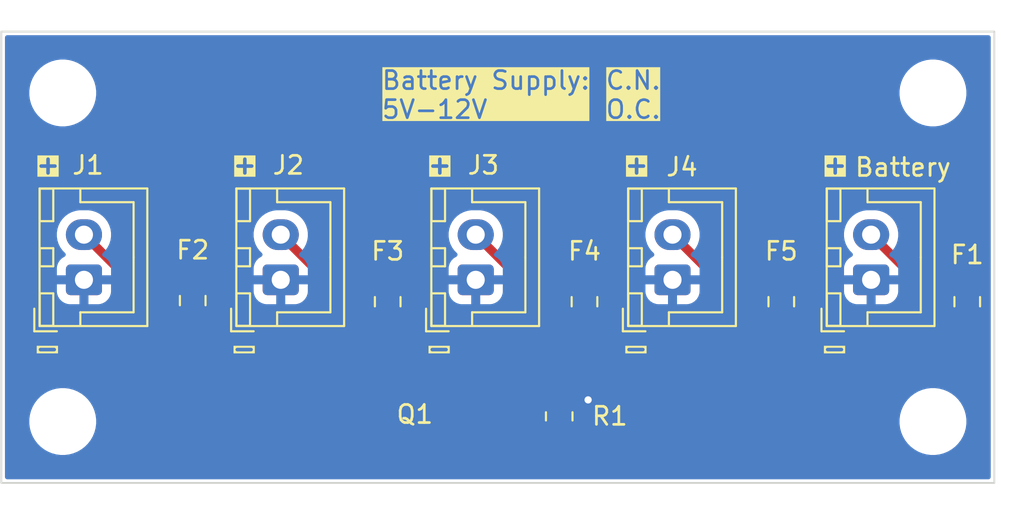
<source format=kicad_pcb>
(kicad_pcb (version 20241229) (generator "pcbnew") (generator_version "9.0")
  (layers (0 "F.Cu" signal) (2 "B.Cu" signal) (13 "F.Paste" user) (15 "B.Paste" user) (5 "F.SilkS" user "F.Silkscreen") (7 "B.SilkS" user "B.Silkscreen") (1 "F.Mask" user) (3 "B.Mask" user) (25 "Edge.Cuts" user))
  (net 0 "")
  (net 1 "Net-(Q1-G)")
  (net 2 "+VBATT")
  (net 3 "Net-(J2-Pin_2)")
  (net 4 "Net-(J3-Pin_2)")
  (net 5 "Net-(J4-Pin_2)")
  (net 6 "GND")
  (net 7 "Net-(Q1-D)")
  (net 8 "Net-(J1-Pin_2)")
  (net 9 "Net-(Q1-S)")
  (footprint "MountingHole:MountingHole_3.2mm_M3" (layer "F.Cu") (at 119.6 94.2 90)
    (property "Reference" "H3" (hide yes))
    (property "Value" "MountingHole")
    (pad "" np_thru_hole circle (at 0 0 90) (size 3.2 3.2) (drill 3.2) (layers "*.Cu" "*.Mask"))
  )
  (footprint "Fuse:Fuse_0805_2012Metric" (layer "F.Cu") (at 100.3 87.5625 90)
    (property "Reference" "F4" (at 2.8 0 180) (layer "F.SilkS"))
    (property "Value" "500mA Fuse")
    (fp_line (start -0.258578 -0.71) (end 0.258578 -0.71) (stroke (width 0.12)) (layer "F.SilkS"))
    (fp_line (start -0.258578 0.71) (end 0.258578 0.71) (stroke (width 0.12)) (layer "F.SilkS"))
    (pad "1" smd roundrect (at -0.9375 0 90) (size 0.975 1.4) (layers "F.Cu" "F.Mask" "F.Paste") (net 9 "Net-(Q1-S)"))
    (pad "2" smd roundrect (at 0.9375 0 90) (size 0.975 1.4) (layers "F.Cu" "F.Mask" "F.Paste") (net 4 "Net-(J3-Pin_2)"))
  )
  (footprint "Connector_JST:JST_XH_B2B-XH-A_1x02_P2.50mm_Vertical" (layer "F.Cu") (at 94.275 86.35 90)
    (property "Reference" "J3" (at 6.35 0.425 180) (layer "F.SilkS"))
    (property "Value" "Conn_01x02")
    (fp_line (start -1.6 -2.75) (end -2.85 -2.75) (stroke (width 0.12)) (layer "F.SilkS"))
    (fp_line (start -2.85 -2.75) (end -2.85 -1.5) (stroke (width 0.12)) (layer "F.SilkS"))
    (fp_line (start 5.06 -2.46) (end -2.56 -2.46) (stroke (width 0.12)) (layer "F.SilkS"))
    (fp_line (start -2.56 -2.46) (end -2.56 3.51) (stroke (width 0.12)) (layer "F.SilkS"))
    (fp_line (start 5.05 -2.45) (end 3.25 -2.45) (stroke (width 0.12)) (layer "F.SilkS"))
    (fp_line (start 3.25 -2.45) (end 3.25 -1.7) (stroke (width 0.12)) (layer "F.SilkS"))
    (fp_line (start 1.75 -2.45) (end 0.75 -2.45) (stroke (width 0.12)) (layer "F.SilkS"))
    (fp_line (start 0.75 -2.45) (end 0.75 -1.7) (stroke (width 0.12)) (layer "F.SilkS"))
    (fp_line (start -0.75 -2.45) (end -2.55 -2.45) (stroke (width 0.12)) (layer "F.SilkS"))
    (fp_line (start -2.55 -2.45) (end -2.55 -1.7) (stroke (width 0.12)) (layer "F.SilkS"))
    (fp_line (start 5.05 -1.7) (end 5.05 -2.45) (stroke (width 0.12)) (layer "F.SilkS"))
    (fp_line (start 3.25 -1.7) (end 5.05 -1.7) (stroke (width 0.12)) (layer "F.SilkS"))
    (fp_line (start 1.75 -1.7) (end 1.75 -2.45) (stroke (width 0.12)) (layer "F.SilkS"))
    (fp_line (start 0.75 -1.7) (end 1.75 -1.7) (stroke (width 0.12)) (layer "F.SilkS"))
    (fp_line (start -0.75 -1.7) (end -0.75 -2.45) (stroke (width 0.12)) (layer "F.SilkS"))
    (fp_line (start -2.55 -1.7) (end -0.75 -1.7) (stroke (width 0.12)) (layer "F.SilkS"))
    (fp_line (start 5.05 -0.2) (end 4.3 -0.2) (stroke (width 0.12)) (layer "F.SilkS"))
    (fp_line (start 4.3 -0.2) (end 4.3 2.75) (stroke (width 0.12)) (layer "F.SilkS"))
    (fp_line (start -1.8 -0.2) (end -1.8 2.75) (stroke (width 0.12)) (layer "F.SilkS"))
    (fp_line (start -2.55 -0.2) (end -1.8 -0.2) (stroke (width 0.12)) (layer "F.SilkS"))
    (fp_line (start 4.3 2.75) (end 1.25 2.75) (stroke (width 0.12)) (layer "F.SilkS"))
    (fp_line (start -1.8 2.75) (end 1.25 2.75) (stroke (width 0.12)) (layer "F.SilkS"))
    (fp_line (start 5.06 3.51) (end 5.06 -2.46) (stroke (width 0.12)) (layer "F.SilkS"))
    (fp_line (start -2.56 3.51) (end 5.06 3.51) (stroke (width 0.12)) (layer "F.SilkS"))
    (pad "1" thru_hole roundrect (at 0 0 90) (size 1.7 2) (drill 1) (layers "*.Cu" "*.Mask") (roundrect_rratio 0.147059) (net 6 "GND"))
    (pad "2" thru_hole oval (at 2.5 0 90) (size 1.7 2) (drill 1) (layers "*.Cu" "*.Mask") (net 4 "Net-(J3-Pin_2)"))
  )
  (footprint "Connector_JST:JST_XH_B2B-XH-A_1x02_P2.50mm_Vertical" (layer "F.Cu") (at 116.175 86.35 90)
    (property "Reference" "V_Batt_J5" (hide yes))
    (property "Value" "Conn_01x02")
    (fp_line (start -1.6 -2.75) (end -2.85 -2.75) (stroke (width 0.12)) (layer "F.SilkS"))
    (fp_line (start -2.85 -2.75) (end -2.85 -1.5) (stroke (width 0.12)) (layer "F.SilkS"))
    (fp_line (start 5.06 -2.46) (end -2.56 -2.46) (stroke (width 0.12)) (layer "F.SilkS"))
    (fp_line (start -2.56 -2.46) (end -2.56 3.51) (stroke (width 0.12)) (layer "F.SilkS"))
    (fp_line (start 5.05 -2.45) (end 3.25 -2.45) (stroke (width 0.12)) (layer "F.SilkS"))
    (fp_line (start 3.25 -2.45) (end 3.25 -1.7) (stroke (width 0.12)) (layer "F.SilkS"))
    (fp_line (start 1.75 -2.45) (end 0.75 -2.45) (stroke (width 0.12)) (layer "F.SilkS"))
    (fp_line (start 0.75 -2.45) (end 0.75 -1.7) (stroke (width 0.12)) (layer "F.SilkS"))
    (fp_line (start -0.75 -2.45) (end -2.55 -2.45) (stroke (width 0.12)) (layer "F.SilkS"))
    (fp_line (start -2.55 -2.45) (end -2.55 -1.7) (stroke (width 0.12)) (layer "F.SilkS"))
    (fp_line (start 5.05 -1.7) (end 5.05 -2.45) (stroke (width 0.12)) (layer "F.SilkS"))
    (fp_line (start 3.25 -1.7) (end 5.05 -1.7) (stroke (width 0.12)) (layer "F.SilkS"))
    (fp_line (start 1.75 -1.7) (end 1.75 -2.45) (stroke (width 0.12)) (layer "F.SilkS"))
    (fp_line (start 0.75 -1.7) (end 1.75 -1.7) (stroke (width 0.12)) (layer "F.SilkS"))
    (fp_line (start -0.75 -1.7) (end -0.75 -2.45) (stroke (width 0.12)) (layer "F.SilkS"))
    (fp_line (start -2.55 -1.7) (end -0.75 -1.7) (stroke (width 0.12)) (layer "F.SilkS"))
    (fp_line (start 5.05 -0.2) (end 4.3 -0.2) (stroke (width 0.12)) (layer "F.SilkS"))
    (fp_line (start 4.3 -0.2) (end 4.3 2.75) (stroke (width 0.12)) (layer "F.SilkS"))
    (fp_line (start -1.8 -0.2) (end -1.8 2.75) (stroke (width 0.12)) (layer "F.SilkS"))
    (fp_line (start -2.55 -0.2) (end -1.8 -0.2) (stroke (width 0.12)) (layer "F.SilkS"))
    (fp_line (start 4.3 2.75) (end 1.25 2.75) (stroke (width 0.12)) (layer "F.SilkS"))
    (fp_line (start -1.8 2.75) (end 1.25 2.75) (stroke (width 0.12)) (layer "F.SilkS"))
    (fp_line (start 5.06 3.51) (end 5.06 -2.46) (stroke (width 0.12)) (layer "F.SilkS"))
    (fp_line (start -2.56 3.51) (end 5.06 3.51) (stroke (width 0.12)) (layer "F.SilkS"))
    (pad "1" thru_hole roundrect (at 0 0 90) (size 1.7 2) (drill 1) (layers "*.Cu" "*.Mask") (roundrect_rratio 0.147059) (net 6 "GND"))
    (pad "2" thru_hole oval (at 2.5 0 90) (size 1.7 2) (drill 1) (layers "*.Cu" "*.Mask") (net 2 "+VBATT"))
  )
  (footprint "Fuse:Fuse_0805_2012Metric" (layer "F.Cu") (at 111.2 87.5625 90)
    (property "Reference" "F5" (at 2.8 0 180) (layer "F.SilkS"))
    (property "Value" "500mA Fuse")
    (fp_line (start -0.258578 -0.71) (end 0.258578 -0.71) (stroke (width 0.12)) (layer "F.SilkS"))
    (fp_line (start -0.258578 0.71) (end 0.258578 0.71) (stroke (width 0.12)) (layer "F.SilkS"))
    (pad "1" smd roundrect (at -0.9375 0 90) (size 0.975 1.4) (layers "F.Cu" "F.Mask" "F.Paste") (net 9 "Net-(Q1-S)"))
    (pad "2" smd roundrect (at 0.9375 0 90) (size 0.975 1.4) (layers "F.Cu" "F.Mask" "F.Paste") (net 5 "Net-(J4-Pin_2)"))
  )
  (footprint "Transistor_Packages:SOT23_Standard" (layer "F.Cu") (at 94 93.8 180)
    (property "Reference" "Q1" (at 3.1 0 0) (layer "F.SilkS"))
    (property "Value" "Q_PMOS_DGS")
    (pad "1" smd roundrect (at 0.95 1 180) (size 0.8 0.9) (layers "F.Cu" "F.Mask" "F.Paste") (net 7 "Net-(Q1-D)"))
    (pad "2" smd roundrect (at 0 -1 180) (size 0.8 0.9) (layers "F.Cu" "F.Mask" "F.Paste") (net 1 "Net-(Q1-G)"))
    (pad "3" smd roundrect (at -0.95 1 180) (size 0.8 0.9) (layers "F.Cu" "F.Mask" "F.Paste") (net 9 "Net-(Q1-S)"))
  )
  (footprint "Connector_JST:JST_XH_B2B-XH-A_1x02_P2.50mm_Vertical" (layer "F.Cu") (at 72.575 86.35 90)
    (property "Reference" "J1" (at 6.35 0.225 180) (layer "F.SilkS"))
    (property "Value" "Conn_01x02")
    (fp_line (start -1.6 -2.75) (end -2.85 -2.75) (stroke (width 0.12)) (layer "F.SilkS"))
    (fp_line (start -2.85 -2.75) (end -2.85 -1.5) (stroke (width 0.12)) (layer "F.SilkS"))
    (fp_line (start 5.06 -2.46) (end -2.56 -2.46) (stroke (width 0.12)) (layer "F.SilkS"))
    (fp_line (start -2.56 -2.46) (end -2.56 3.51) (stroke (width 0.12)) (layer "F.SilkS"))
    (fp_line (start 5.05 -2.45) (end 3.25 -2.45) (stroke (width 0.12)) (layer "F.SilkS"))
    (fp_line (start 3.25 -2.45) (end 3.25 -1.7) (stroke (width 0.12)) (layer "F.SilkS"))
    (fp_line (start 1.75 -2.45) (end 0.75 -2.45) (stroke (width 0.12)) (layer "F.SilkS"))
    (fp_line (start 0.75 -2.45) (end 0.75 -1.7) (stroke (width 0.12)) (layer "F.SilkS"))
    (fp_line (start -0.75 -2.45) (end -2.55 -2.45) (stroke (width 0.12)) (layer "F.SilkS"))
    (fp_line (start -2.55 -2.45) (end -2.55 -1.7) (stroke (width 0.12)) (layer "F.SilkS"))
    (fp_line (start 5.05 -1.7) (end 5.05 -2.45) (stroke (width 0.12)) (layer "F.SilkS"))
    (fp_line (start 3.25 -1.7) (end 5.05 -1.7) (stroke (width 0.12)) (layer "F.SilkS"))
    (fp_line (start 1.75 -1.7) (end 1.75 -2.45) (stroke (width 0.12)) (layer "F.SilkS"))
    (fp_line (start 0.75 -1.7) (end 1.75 -1.7) (stroke (width 0.12)) (layer "F.SilkS"))
    (fp_line (start -0.75 -1.7) (end -0.75 -2.45) (stroke (width 0.12)) (layer "F.SilkS"))
    (fp_line (start -2.55 -1.7) (end -0.75 -1.7) (stroke (width 0.12)) (layer "F.SilkS"))
    (fp_line (start 5.05 -0.2) (end 4.3 -0.2) (stroke (width 0.12)) (layer "F.SilkS"))
    (fp_line (start 4.3 -0.2) (end 4.3 2.75) (stroke (width 0.12)) (layer "F.SilkS"))
    (fp_line (start -1.8 -0.2) (end -1.8 2.75) (stroke (width 0.12)) (layer "F.SilkS"))
    (fp_line (start -2.55 -0.2) (end -1.8 -0.2) (stroke (width 0.12)) (layer "F.SilkS"))
    (fp_line (start 4.3 2.75) (end 1.25 2.75) (stroke (width 0.12)) (layer "F.SilkS"))
    (fp_line (start -1.8 2.75) (end 1.25 2.75) (stroke (width 0.12)) (layer "F.SilkS"))
    (fp_line (start 5.06 3.51) (end 5.06 -2.46) (stroke (width 0.12)) (layer "F.SilkS"))
    (fp_line (start -2.56 3.51) (end 5.06 3.51) (stroke (width 0.12)) (layer "F.SilkS"))
    (pad "1" thru_hole roundrect (at 0 0 90) (size 1.7 2) (drill 1) (layers "*.Cu" "*.Mask") (roundrect_rratio 0.147059) (net 6 "GND"))
    (pad "2" thru_hole oval (at 2.5 0 90) (size 1.7 2) (drill 1) (layers "*.Cu" "*.Mask") (net 8 "Net-(J1-Pin_2)"))
  )
  (footprint "Fuse:Fuse_0805_2012Metric" (layer "F.Cu") (at 121.5 87.5625 90)
    (property "Reference" "F1" (at 2.6 0 180) (layer "F.SilkS"))
    (property "Value" "800mA Fuse")
    (fp_line (start -0.258578 -0.71) (end 0.258578 -0.71) (stroke (width 0.12)) (layer "F.SilkS"))
    (fp_line (start -0.258578 0.71) (end 0.258578 0.71) (stroke (width 0.12)) (layer "F.SilkS"))
    (pad "1" smd roundrect (at -0.9375 0 90) (size 0.975 1.4) (layers "F.Cu" "F.Mask" "F.Paste") (net 7 "Net-(Q1-D)"))
    (pad "2" smd roundrect (at 0.9375 0 90) (size 0.975 1.4) (layers "F.Cu" "F.Mask" "F.Paste") (net 2 "+VBATT"))
  )
  (footprint "Connector_JST:JST_XH_B2B-XH-A_1x02_P2.50mm_Vertical" (layer "F.Cu") (at 105.175 86.35 90)
    (property "Reference" "J4" (at 6.25 0.525 180) (layer "F.SilkS"))
    (property "Value" "Conn_01x02")
    (fp_line (start -1.6 -2.75) (end -2.85 -2.75) (stroke (width 0.12)) (layer "F.SilkS"))
    (fp_line (start -2.85 -2.75) (end -2.85 -1.5) (stroke (width 0.12)) (layer "F.SilkS"))
    (fp_line (start 5.06 -2.46) (end -2.56 -2.46) (stroke (width 0.12)) (layer "F.SilkS"))
    (fp_line (start -2.56 -2.46) (end -2.56 3.51) (stroke (width 0.12)) (layer "F.SilkS"))
    (fp_line (start 5.05 -2.45) (end 3.25 -2.45) (stroke (width 0.12)) (layer "F.SilkS"))
    (fp_line (start 3.25 -2.45) (end 3.25 -1.7) (stroke (width 0.12)) (layer "F.SilkS"))
    (fp_line (start 1.75 -2.45) (end 0.75 -2.45) (stroke (width 0.12)) (layer "F.SilkS"))
    (fp_line (start 0.75 -2.45) (end 0.75 -1.7) (stroke (width 0.12)) (layer "F.SilkS"))
    (fp_line (start -0.75 -2.45) (end -2.55 -2.45) (stroke (width 0.12)) (layer "F.SilkS"))
    (fp_line (start -2.55 -2.45) (end -2.55 -1.7) (stroke (width 0.12)) (layer "F.SilkS"))
    (fp_line (start 5.05 -1.7) (end 5.05 -2.45) (stroke (width 0.12)) (layer "F.SilkS"))
    (fp_line (start 3.25 -1.7) (end 5.05 -1.7) (stroke (width 0.12)) (layer "F.SilkS"))
    (fp_line (start 1.75 -1.7) (end 1.75 -2.45) (stroke (width 0.12)) (layer "F.SilkS"))
    (fp_line (start 0.75 -1.7) (end 1.75 -1.7) (stroke (width 0.12)) (layer "F.SilkS"))
    (fp_line (start -0.75 -1.7) (end -0.75 -2.45) (stroke (width 0.12)) (layer "F.SilkS"))
    (fp_line (start -2.55 -1.7) (end -0.75 -1.7) (stroke (width 0.12)) (layer "F.SilkS"))
    (fp_line (start 5.05 -0.2) (end 4.3 -0.2) (stroke (width 0.12)) (layer "F.SilkS"))
    (fp_line (start 4.3 -0.2) (end 4.3 2.75) (stroke (width 0.12)) (layer "F.SilkS"))
    (fp_line (start -1.8 -0.2) (end -1.8 2.75) (stroke (width 0.12)) (layer "F.SilkS"))
    (fp_line (start -2.55 -0.2) (end -1.8 -0.2) (stroke (width 0.12)) (layer "F.SilkS"))
    (fp_line (start 4.3 2.75) (end 1.25 2.75) (stroke (width 0.12)) (layer "F.SilkS"))
    (fp_line (start -1.8 2.75) (end 1.25 2.75) (stroke (width 0.12)) (layer "F.SilkS"))
    (fp_line (start 5.06 3.51) (end 5.06 -2.46) (stroke (width 0.12)) (layer "F.SilkS"))
    (fp_line (start -2.56 3.51) (end 5.06 3.51) (stroke (width 0.12)) (layer "F.SilkS"))
    (pad "1" thru_hole roundrect (at 0 0 90) (size 1.7 2) (drill 1) (layers "*.Cu" "*.Mask") (roundrect_rratio 0.147059) (net 6 "GND"))
    (pad "2" thru_hole oval (at 2.5 0 90) (size 1.7 2) (drill 1) (layers "*.Cu" "*.Mask") (net 5 "Net-(J4-Pin_2)"))
  )
  (footprint "MountingHole:MountingHole_3.2mm_M3" (layer "F.Cu") (at 71.4 94.2 90)
    (property "Reference" "H1" (hide yes))
    (property "Value" "MountingHole")
    (pad "" np_thru_hole circle (at 0 0 90) (size 3.2 3.2) (drill 3.2) (layers "*.Cu" "*.Mask"))
  )
  (footprint "Connector_JST:JST_XH_B2B-XH-A_1x02_P2.50mm_Vertical" (layer "F.Cu") (at 83.475 86.35 90)
    (property "Reference" "J2" (at 6.35 0.425 180) (layer "F.SilkS"))
    (property "Value" "Conn_01x02")
    (fp_line (start -1.6 -2.75) (end -2.85 -2.75) (stroke (width 0.12)) (layer "F.SilkS"))
    (fp_line (start -2.85 -2.75) (end -2.85 -1.5) (stroke (width 0.12)) (layer "F.SilkS"))
    (fp_line (start 5.06 -2.46) (end -2.56 -2.46) (stroke (width 0.12)) (layer "F.SilkS"))
    (fp_line (start -2.56 -2.46) (end -2.56 3.51) (stroke (width 0.12)) (layer "F.SilkS"))
    (fp_line (start 5.05 -2.45) (end 3.25 -2.45) (stroke (width 0.12)) (layer "F.SilkS"))
    (fp_line (start 3.25 -2.45) (end 3.25 -1.7) (stroke (width 0.12)) (layer "F.SilkS"))
    (fp_line (start 1.75 -2.45) (end 0.75 -2.45) (stroke (width 0.12)) (layer "F.SilkS"))
    (fp_line (start 0.75 -2.45) (end 0.75 -1.7) (stroke (width 0.12)) (layer "F.SilkS"))
    (fp_line (start -0.75 -2.45) (end -2.55 -2.45) (stroke (width 0.12)) (layer "F.SilkS"))
    (fp_line (start -2.55 -2.45) (end -2.55 -1.7) (stroke (width 0.12)) (layer "F.SilkS"))
    (fp_line (start 5.05 -1.7) (end 5.05 -2.45) (stroke (width 0.12)) (layer "F.SilkS"))
    (fp_line (start 3.25 -1.7) (end 5.05 -1.7) (stroke (width 0.12)) (layer "F.SilkS"))
    (fp_line (start 1.75 -1.7) (end 1.75 -2.45) (stroke (width 0.12)) (layer "F.SilkS"))
    (fp_line (start 0.75 -1.7) (end 1.75 -1.7) (stroke (width 0.12)) (layer "F.SilkS"))
    (fp_line (start -0.75 -1.7) (end -0.75 -2.45) (stroke (width 0.12)) (layer "F.SilkS"))
    (fp_line (start -2.55 -1.7) (end -0.75 -1.7) (stroke (width 0.12)) (layer "F.SilkS"))
    (fp_line (start 5.05 -0.2) (end 4.3 -0.2) (stroke (width 0.12)) (layer "F.SilkS"))
    (fp_line (start 4.3 -0.2) (end 4.3 2.75) (stroke (width 0.12)) (layer "F.SilkS"))
    (fp_line (start -1.8 -0.2) (end -1.8 2.75) (stroke (width 0.12)) (layer "F.SilkS"))
    (fp_line (start -2.55 -0.2) (end -1.8 -0.2) (stroke (width 0.12)) (layer "F.SilkS"))
    (fp_line (start 4.3 2.75) (end 1.25 2.75) (stroke (width 0.12)) (layer "F.SilkS"))
    (fp_line (start -1.8 2.75) (end 1.25 2.75) (stroke (width 0.12)) (layer "F.SilkS"))
    (fp_line (start 5.06 3.51) (end 5.06 -2.46) (stroke (width 0.12)) (layer "F.SilkS"))
    (fp_line (start -2.56 3.51) (end 5.06 3.51) (stroke (width 0.12)) (layer "F.SilkS"))
    (pad "1" thru_hole roundrect (at 0 0 90) (size 1.7 2) (drill 1) (layers "*.Cu" "*.Mask") (roundrect_rratio 0.147059) (net 6 "GND"))
    (pad "2" thru_hole oval (at 2.5 0 90) (size 1.7 2) (drill 1) (layers "*.Cu" "*.Mask") (net 3 "Net-(J2-Pin_2)"))
  )
  (footprint "Resistor_SMD:R_0805_2012Metric" (layer "F.Cu") (at 98.9 93.9125 90)
    (property "Reference" "R1" (at 0.0125 2.8 180) (layer "F.SilkS"))
    (property "Value" "1K")
    (fp_line (start -0.227064 -0.735) (end 0.227064 -0.735) (stroke (width 0.12)) (layer "F.SilkS"))
    (fp_line (start -0.227064 0.735) (end 0.227064 0.735) (stroke (width 0.12)) (layer "F.SilkS"))
    (pad "1" smd roundrect (at -0.9125 0 90) (size 1.025 1.4) (layers "F.Cu" "F.Mask" "F.Paste") (roundrect_rratio 0.243902) (net 1 "Net-(Q1-G)"))
    (pad "2" smd roundrect (at 0.9125 0 90) (size 1.025 1.4) (layers "F.Cu" "F.Mask" "F.Paste") (roundrect_rratio 0.243902) (net 6 "GND"))
  )
  (footprint "MountingHole:MountingHole_3.2mm_M3" (layer "F.Cu") (at 119.6 76 90)
    (property "Reference" "H4" (hide yes))
    (property "Value" "MountingHole")
    (pad "" np_thru_hole circle (at 0 0 90) (size 3.2 3.2) (drill 3.2) (layers "*.Cu" "*.Mask"))
  )
  (footprint "MountingHole:MountingHole_3.2mm_M3" (layer "F.Cu") (at 71.4 76 90)
    (property "Reference" "H2" (hide yes))
    (property "Value" "MountingHole")
    (pad "" np_thru_hole circle (at 0 0 90) (size 3.2 3.2) (drill 3.2) (layers "*.Cu" "*.Mask"))
  )
  (footprint "Fuse:Fuse_0805_2012Metric" (layer "F.Cu") (at 78.6 87.5 90)
    (property "Reference" "F2" (at 2.8 0 180) (layer "F.SilkS"))
    (property "Value" "500mA Fuse")
    (fp_line (start -0.258578 -0.71) (end 0.258578 -0.71) (stroke (width 0.12)) (layer "F.SilkS"))
    (fp_line (start -0.258578 0.71) (end 0.258578 0.71) (stroke (width 0.12)) (layer "F.SilkS"))
    (pad "1" smd roundrect (at -0.9375 0 90) (size 0.975 1.4) (layers "F.Cu" "F.Mask" "F.Paste") (net 9 "Net-(Q1-S)"))
    (pad "2" smd roundrect (at 0.9375 0 90) (size 0.975 1.4) (layers "F.Cu" "F.Mask" "F.Paste") (net 8 "Net-(J1-Pin_2)"))
  )
  (footprint "Fuse:Fuse_0805_2012Metric" (layer "F.Cu") (at 89.4 87.5625 90)
    (property "Reference" "F3" (at 2.8 0 180) (layer "F.SilkS"))
    (property "Value" "500mA Fuse")
    (fp_line (start -0.258578 -0.71) (end 0.258578 -0.71) (stroke (width 0.12)) (layer "F.SilkS"))
    (fp_line (start -0.258578 0.71) (end 0.258578 0.71) (stroke (width 0.12)) (layer "F.SilkS"))
    (pad "1" smd roundrect (at -0.9375 0 90) (size 0.975 1.4) (layers "F.Cu" "F.Mask" "F.Paste") (net 9 "Net-(Q1-S)"))
    (pad "2" smd roundrect (at 0.9375 0 90) (size 0.975 1.4) (layers "F.Cu" "F.Mask" "F.Paste") (net 3 "Net-(J2-Pin_2)"))
  )
  (gr_rect (start 68 72.6) (end 123 97.6) (stroke (width 0.1)) (fill no) (layer "Edge.Cuts"))
  (gr_text "-" (at 82.2 89.7 180) (layer "F.SilkS" knockout) (effects (font (size 1 1) (thickness 0.2) (bold yes)) (justify left bottom)))
  (gr_text "+" (at 114.7 80.8 90) (layer "F.SilkS" knockout) (effects (font (size 1 1) (thickness 0.2) (bold yes)) (justify left bottom)))
  (gr_text "-" (at 103.9 89.7 180) (layer "F.SilkS" knockout) (effects (font (size 1 1) (thickness 0.2) (bold yes)) (justify left bottom)))
  (gr_text "-" (at 71.3 89.7 180) (layer "F.SilkS" knockout) (effects (font (size 1 1) (thickness 0.2) (bold yes)) (justify left bottom)))
  (gr_text "+" (at 103.7 80.8 90) (layer "F.SilkS" knockout) (effects (font (size 1 1) (thickness 0.2) (bold yes)) (justify left bottom)))
  (gr_text "Battery" (at 115.2 80.7 0) (layer "F.SilkS") (effects (font (size 1 1)) (justify left bottom)))
  (gr_text "+" (at 82 80.8 90) (layer "F.SilkS" knockout) (effects (font (size 1 1) (thickness 0.2) (bold yes)) (justify left bottom)))
  (gr_text "+" (at 71.1 80.8 90) (layer "F.SilkS" knockout) (effects (font (size 1 1) (thickness 0.2) (bold yes)) (justify left bottom)))
  (gr_text "Battery Supply:\n5V-12V" (at 89 77.5 0) (layer "F.SilkS" knockout) (effects (font (size 1 1)) (justify left bottom)))
  (gr_text "-" (at 93 89.7 180) (layer "F.SilkS" knockout) (effects (font (size 1 1) (thickness 0.2) (bold yes)) (justify left bottom)))
  (gr_text "-" (at 114.9 89.7 180) (layer "F.SilkS" knockout) (effects (font (size 1 1) (thickness 0.2) (bold yes)) (justify left bottom)))
  (gr_text "C.N.\nO.C." (at 101.4 77.5 0) (layer "F.SilkS" knockout) (effects (font (size 1 1)) (justify left bottom)))
  (gr_text "+" (at 92.8 80.8 90) (layer "F.SilkS" knockout) (effects (font (size 1 1) (thickness 0.2) (bold yes)) (justify left bottom)))
  (segment (start 98.9 94.825) (end 94.025 94.825) (width 0.5) (layer "F.Cu") (net 1))
  (segment (start 94.025 94.825) (end 94 94.8) (width 0.5) (layer "F.Cu") (net 1))
  (segment (start 121.5 86.625) (end 118.95 86.625) (width 0.5) (layer "F.Cu") (net 2))
  (segment (start 118.95 86.625) (end 116.175 83.85) (width 0.5) (layer "F.Cu") (net 2))
  (segment (start 86.25 86.625) (end 83.475 83.85) (width 0.5) (layer "F.Cu") (net 3))
  (segment (start 89.4 86.625) (end 86.25 86.625) (width 0.5) (layer "F.Cu") (net 3))
  (segment (start 97.05 86.625) (end 94.275 83.85) (width 0.5) (layer "F.Cu") (net 4))
  (segment (start 100.3 86.625) (end 97.05 86.625) (width 0.5) (layer "F.Cu") (net 4))
  (segment (start 107.95 86.625) (end 105.175 83.85) (width 0.5) (layer "F.Cu") (net 5))
  (segment (start 111.2 86.625) (end 107.95 86.625) (width 0.5) (layer "F.Cu") (net 5))
  (segment (start 98.9 93) (end 100.5 93) (width 0.5) (layer "F.Cu") (net 6))
  (via (at 100.5 93) (size 0.8) (drill 0.4) (layers "F.Cu" "B.Cu") (net 6))
  (segment (start 94.149 93.899) (end 96.290208 93.899) (width 0.5) (layer "F.Cu") (net 7))
  (segment (start 120.5615 89.4385) (end 121.5 88.5) (width 0.5) (layer "F.Cu") (net 7))
  (segment (start 96.290208 93.899) (end 100.750708 89.4385) (width 0.5) (layer "F.Cu") (net 7))
  (segment (start 100.750708 89.4385) (end 120.5615 89.4385) (width 0.5) (layer "F.Cu") (net 7))
  (segment (start 93.05 92.8) (end 94.149 93.899) (width 0.5) (layer "F.Cu") (net 7))
  (segment (start 75.2875 86.5625) (end 72.575 83.85) (width 0.5) (layer "F.Cu") (net 8))
  (segment (start 78.6 86.5625) (end 75.2875 86.5625) (width 0.5) (layer "F.Cu") (net 8))
  (segment (start 89.3375 88.4375) (end 89.4 88.5) (width 0.5) (layer "F.Cu") (net 9))
  (segment (start 90.65 88.5) (end 94.95 92.8) (width 0.5) (layer "F.Cu") (net 9))
  (segment (start 100.3 88.5) (end 111.2 88.5) (width 0.5) (layer "F.Cu") (net 9))
  (segment (start 94.95 92.8) (end 96 92.8) (width 0.5) (layer "F.Cu") (net 9))
  (segment (start 96 92.8) (end 100.3 88.5) (width 0.5) (layer "F.Cu") (net 9))
  (segment (start 89.4 88.5) (end 90.65 88.5) (width 0.5) (layer "F.Cu") (net 9))
  (segment (start 78.6 88.4375) (end 89.3375 88.4375) (width 0.5) (layer "F.Cu") (net 9))
  (zone (net 6) (net_name "GND") (layer "B.Cu") (connect_pads (clearance 0.5)) (min_thickness 0.25) (fill yes (thermal_gap 0.5) (thermal_bridge_width 0.5))
    (polygon (pts (xy 68.2 97.4) (xy 122.8 97.4) (xy 122.8 72.8) (xy 68.2 72.8)))
  )
)
</source>
